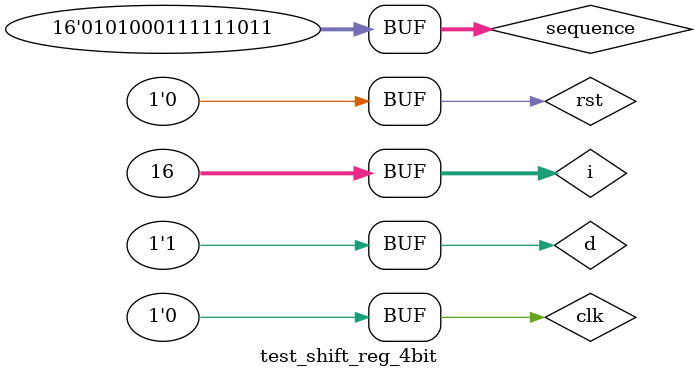
<source format=v>
`include "shift_reg_4bit.v"     //shift_reg_4bit(d, clk, rst, q);

module test_shift_reg_4bit();

    reg clk, d, rst;
    reg [0:15] sequence;
    wire [3:0] outp;
    integer i;

    shift_reg_4bit shr( d, clk, rst, outp );

    initial 
        begin

            d = 0;
            rst = 0;
            sequence = 16'b0101_0001_1111_1011;

            for (i = 0; i <= 15 ; i = i + 1 ) begin
                 d = sequence[i];
                 #2 clk = 1;
                 #2 clk = 0;
            end
        end

    always @(posedge clk  or negedge rst) begin
        $display( "d = ",d," clk =  ", clk, " outp = %b ",outp , " time = ", $time);
    end
endmodule
</source>
